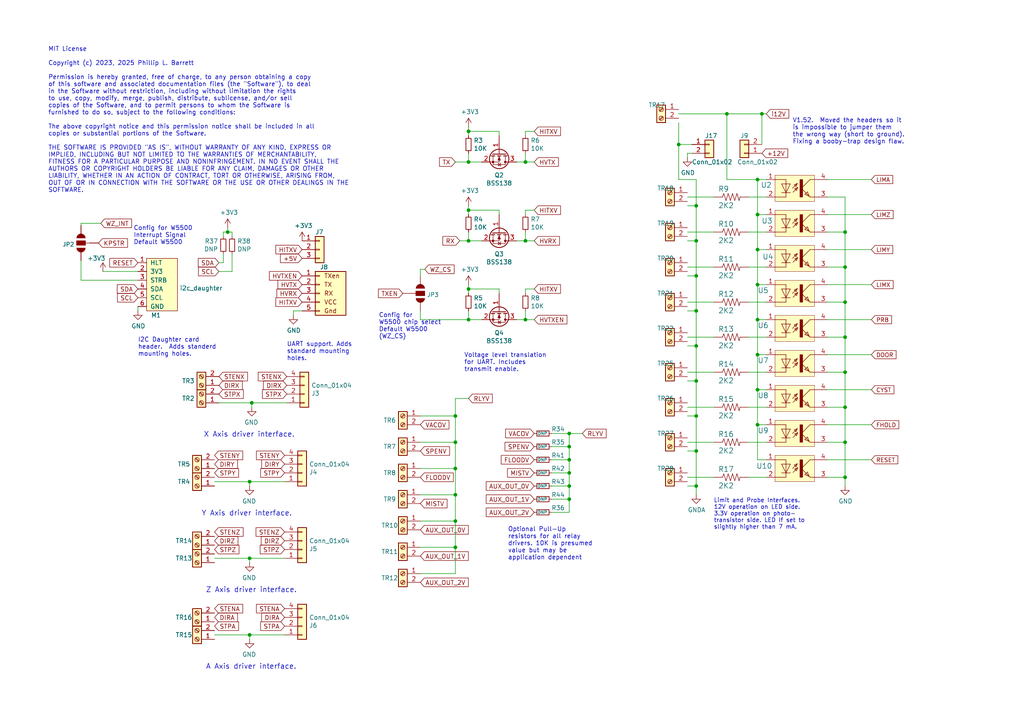
<source format=kicad_sch>
(kicad_sch (version 20231120) (generator "eeschema") (generator_version "8.0")
  (paper "A4")
  (title_block (title "picoCNC ") (date "2023-09-13") (rev "Ver 1.55eth") (company "Brookwood Design"))
  (lib_symbols
    (symbol "phils-ICs:EL817SEL357N" (pin_names (offset 1.016))
      (property "Reference" "U" (at -6.985 5.715 0))
      (symbol "EL817SEL357N_1_0"
        (pin passive line (at -10.16 2.54 0) (length 2.54) (name "A") (number "1"))
        (pin passive line (at -10.16 -2.54 0) (length 2.54) (name "C") (number "2"))
        (pin passive line (at 7.62 -2.54 180) (length 2.54) (name "EMIT") (number "3"))
        (pin passive line (at 7.62 2.54 180) (length 2.54) (name "COL") (number "4"))
      )
    )
    (symbol "phils-connectors7:Screw_Terminal_01x02-conn"
      (property "Reference" "T" (at 2.794 0 0))
      (symbol "Screw_Terminal_01x02-conn_1_1"
        (pin passive line (at -5.08 1.27 0) (length 3.81) (name "") (number "1"))
        (pin passive line (at -5.08 -1.27 0) (length 3.81) (name "") (number "2"))
      )
    )
    (symbol "phils-misc:JUMPER-SMT_3_NO_NO-SILK" (pin_names (offset 1.016))
      (property "Reference" "JP" (at 2.54 0.381 0))
      (symbol "JUMPER-SMT_3_NO_NO-SILK_1_0"
        (pin passive line (at 0 5.08 270) (length 2.54) (name "1") (number "1"))
        (pin passive line (at -5.08 0 0) (length 2.54) (name "2") (number "2"))
        (pin passive line (at 0 -5.08 90) (length 2.54) (name "3") (number "3"))
      )
    )
    (symbol "phils-misc:R-US_R0603-teensy_4.1x211-eagle-import" (pin_names (offset 1.016))
      (property "Reference" "R" (at -3.81 1.4986 0))
      (property "Value" "R-US_R0603-teensy_4.1x211-eagle-import" (at -3.81 -3.302 0))
      (symbol "R-US_R0603-teensy_4.1x211-eagle-import_1_0"
        (pin passive line (at -5.08 0 0) (length 2.54) (name "1") (number "1"))
        (pin passive line (at 5.08 0 180) (length 2.54) (name "2") (number "2"))
      )
    )
    (symbol "phils-modules:async_daughter" (pin_names (offset 1.016) hide)
      (property "Reference" "J" (at 0 7.62 0))
      (property "Value" "async_daughter" (at 0 -7.62 0))
      (symbol "async_daughter_0_0"
        (text "Gnd" (at 1.27 5.08 0) (effects (font (size 1.27 1.27)) (justify left)))
        (text "RX" (at 1.27 0 0) (effects (font (size 1.27 1.27)) (justify left)))
        (text "TX" (at 1.27 -2.54 0) (effects (font (size 1.27 1.27)) (justify left)))
        (text "TXen" (at 1.27 -5.08 0) (effects (font (size 1.27 1.27)) (justify left)))
        (text "VCC" (at 1.27 2.54 0) (effects (font (size 1.27 1.27)) (justify left)))
      )
      (symbol "async_daughter_1_1"
        (pin passive line (at -5.08 -5.08 0) (length 3.81) (name "TXen") (number "1"))
        (pin passive line (at -5.08 -2.54 0) (length 3.81) (name "TX") (number "2"))
        (pin passive line (at -5.08 0 0) (length 3.81) (name "RX") (number "3"))
        (pin power_in line (at -5.08 2.54 0) (length 3.81) (name "VCC") (number "4"))
        (pin power_in line (at -5.08 5.08 0) (length 3.81) (name "Gnd") (number "5"))
      )
    )
    (symbol "phils-modules:i2c_daughter" (pin_names (offset 1.016))
      (property "Reference" "M" (at -2.54 8.89 0))
      (property "Value" "i2c_daughter" (at -3.81 0 90))
      (symbol "i2c_daughter_0_0"
        (pin output line (at 6.35 6.35 180) (length 2.54) (name "HLT") (number "1"))
        (pin power_in line (at 6.35 3.81 180) (length 2.54) (name "3V3") (number "2"))
        (pin bidirectional line (at 6.35 1.27 180) (length 2.54) (name "STRB") (number "3"))
        (pin bidirectional line (at 6.35 -1.27 180) (length 2.54) (name "SDA") (number "4"))
        (pin input line (at 6.35 -3.81 180) (length 2.54) (name "SCL") (number "5"))
        (pin power_in line (at 6.35 -6.35 180) (length 2.54) (name "GND") (number "6"))
      )
    )
    (symbol "picoCNC-rescue:+3.3V-power" (power) (pin_names (offset 0))
      (property "Value" "+3.3V-power" (at 0 3.556 0))
      (symbol "+3.3V-power_1_1"
        (pin power_in line (at 0 0 90) (length 0) hide (name "+3V3") (number "1"))
      )
    )
    (symbol "picoCNC-rescue:BSS138-transistors" (pin_names (offset 0) hide)
      (property "Reference" "Q" (at 5.08 1.905 0))
      (property "Value" "BSS138-transistors" (at 5.08 0 0))
      (symbol "BSS138-transistors_1_1"
        (pin input line (at -5.08 0 0) (length 5.334) (name "G") (number "1"))
        (pin passive line (at 2.54 -5.08 90) (length 2.54) (name "S") (number "2"))
        (pin passive line (at 2.54 5.08 270) (length 2.54) (name "D") (number "3"))
      )
    )
    (symbol "picoCNC-rescue:Conn_01x02-conn" (pin_names (offset 1.016) hide)
      (property "Reference" "J" (at 0 2.54 0))
      (property "Value" "Conn_01x02-conn" (at 0 -5.08 0))
      (symbol "Conn_01x02-conn_1_1"
        (pin passive line (at -5.08 0 0) (length 3.81) (name "Pin_1") (number "1"))
        (pin passive line (at -5.08 -2.54 0) (length 3.81) (name "Pin_2") (number "2"))
      )
    )
    (symbol "picoCNC-rescue:Conn_01x03-conn" (pin_names (offset 1.016) hide)
      (property "Reference" "J" (at 0 5.08 0))
      (property "Value" "Conn_01x03-conn" (at 0 -5.08 0))
      (symbol "Conn_01x03-conn_1_1"
        (pin passive line (at -5.08 2.54 0) (length 3.81) (name "Pin_1") (number "1"))
        (pin passive line (at -5.08 0 0) (length 3.81) (name "Pin_2") (number "2"))
        (pin passive line (at -5.08 -2.54 0) (length 3.81) (name "Pin_3") (number "3"))
      )
    )
    (symbol "picoCNC-rescue:Conn_01x04-conn" (pin_names (offset 1.016) hide)
      (property "Reference" "J" (at 0 5.08 0))
      (property "Value" "Conn_01x04-conn" (at 0 -7.62 0))
      (symbol "Conn_01x04-conn_1_1"
        (pin passive line (at -5.08 2.54 0) (length 3.81) (name "Pin_1") (number "1"))
        (pin passive line (at -5.08 0 0) (length 3.81) (name "Pin_2") (number "2"))
        (pin passive line (at -5.08 -2.54 0) (length 3.81) (name "Pin_3") (number "3"))
        (pin passive line (at -5.08 -5.08 0) (length 3.81) (name "Pin_4") (number "4"))
      )
    )
    (symbol "picoCNC-rescue:R_Small-device" (pin_numbers hide) (pin_names (offset 0.254) hide)
      (property "Reference" "R" (at 0.762 0.508 0))
      (property "Value" "R_Small-device" (at 0.762 -1.016 0))
      (symbol "R_Small-device_1_1"
        (pin passive line (at 0 2.54 270) (length 0.762) (name "~") (number "1"))
        (pin passive line (at 0 -2.54 90) (length 0.762) (name "~") (number "2"))
      )
    )
    (symbol "power:GND" (power) (pin_names (offset 0))
      (property "Value" "GND" (at 0 -3.81 0))
      (symbol "GND_1_1"
        (pin power_in line (at 0 0 270) (length 0) hide (name "GND") (number "1"))
      )
    )
    (symbol "power:GNDA" (power) (pin_names (offset 0))
      (property "Value" "GNDA" (at 0 -3.81 0))
      (symbol "GNDA_1_1"
        (pin power_in line (at 0 0 270) (length 0) hide (name "GNDA") (number "1"))
      )
    )
  )
  (junction (at 132.08 120.65))
  (junction (at 165.1 144.78))
  (junction (at 201.93 130.81))
  (junction (at 201.93 110.49))
  (junction (at 135.89 83.82))
  (junction (at 165.1 129.54))
  (junction (at 196.85 41.91))
  (junction (at 132.08 128.27))
  (junction (at 245.11 97.79))
  (junction (at 152.4 92.71))
  (junction (at 245.11 118.11))
  (junction (at 135.89 38.1))
  (junction (at 201.93 59.69))
  (junction (at 245.11 128.27))
  (junction (at 201.93 120.65))
  (junction (at 73.025 116.84))
  (junction (at 66.04 67.31))
  (junction (at 210.82 33.02))
  (junction (at 219.71 62.23))
  (junction (at 132.08 151.13))
  (junction (at 219.71 72.39))
  (junction (at 132.08 143.51))
  (junction (at 219.71 102.87))
  (junction (at 165.1 133.35))
  (junction (at 201.93 90.17))
  (junction (at 201.93 100.33))
  (junction (at 152.4 69.85))
  (junction (at 245.11 138.43))
  (junction (at 201.93 140.97))
  (junction (at 201.93 69.85))
  (junction (at 152.4 46.99))
  (junction (at 245.11 107.95))
  (junction (at 219.71 123.19))
  (junction (at 219.71 82.55))
  (junction (at 201.93 80.01))
  (junction (at 72.39 161.925))
  (junction (at 72.39 139.7))
  (junction (at 135.89 69.85))
  (junction (at 135.89 92.71))
  (junction (at 245.11 87.63))
  (junction (at 245.11 77.47))
  (junction (at 132.08 135.89))
  (junction (at 165.1 125.73))
  (junction (at 219.71 92.71))
  (junction (at 219.71 52.07))
  (junction (at 135.89 46.99))
  (junction (at 220.98 33.02))
  (junction (at 135.89 60.96))
  (junction (at 165.1 137.16))
  (junction (at 72.39 184.15))
  (junction (at 165.1 140.97))
  (junction (at 219.71 113.03))
  (junction (at 245.11 67.31))
  (junction (at 132.08 158.75))
  (wire (pts (xy 217.17 67.31) (xy 222.25 67.31)))
  (wire (pts (xy 152.4 69.85) (xy 154.94 69.85)))
  (wire (pts (xy 217.17 87.63) (xy 222.25 87.63)))
  (wire (pts (xy 139.7 46.99) (xy 135.89 46.99)))
  (wire (pts (xy 121.92 151.13) (xy 132.08 151.13)))
  (wire (pts (xy 121.92 128.27) (xy 132.08 128.27)))
  (wire (pts (xy 240.03 107.95) (xy 245.11 107.95)))
  (wire (pts (xy 152.4 92.71) (xy 149.86 92.71)))
  (wire (pts (xy 196.85 41.91) (xy 196.85 52.07)))
  (wire (pts (xy 168.91 125.73) (xy 165.1 125.73)))
  (wire (pts (xy 144.78 62.23) (xy 144.78 60.96)))
  (wire (pts (xy 72.39 185.42) (xy 72.39 184.15)))
  (wire (pts (xy 201.93 80.01) (xy 201.93 90.17)))
  (wire (pts (xy 152.4 39.37) (xy 152.4 38.1)))
  (wire (pts (xy 160.02 129.54) (xy 165.1 129.54)))
  (wire (pts (xy 121.92 120.65) (xy 132.08 120.65)))
  (wire (pts (xy 152.4 85.09) (xy 152.4 83.82)))
  (wire (pts (xy 40.005 78.74) (xy 29.845 78.74)))
  (wire (pts (xy 152.4 38.1) (xy 154.94 38.1)))
  (wire (pts (xy 135.89 38.1) (xy 135.89 39.37)))
  (wire (pts (xy 217.17 107.95) (xy 222.25 107.95)))
  (wire (pts (xy 165.1 140.97) (xy 165.1 137.16)))
  (wire (pts (xy 135.89 60.96) (xy 135.89 62.23)))
  (wire (pts (xy 135.89 44.45) (xy 135.89 46.99)))
  (wire (pts (xy 240.03 72.39) (xy 252.73 72.39)))
  (wire (pts (xy 207.01 87.63) (xy 199.39 87.63)))
  (wire (pts (xy 219.71 92.71) (xy 222.25 92.71)))
  (wire (pts (xy 222.25 113.03) (xy 219.71 113.03)))
  (wire (pts (xy 219.71 52.07) (xy 222.25 52.07)))
  (wire (pts (xy 207.01 67.31) (xy 199.39 67.31)))
  (wire (pts (xy 201.93 120.65) (xy 201.93 130.81)))
  (wire (pts (xy 196.85 33.02) (xy 210.82 33.02)))
  (wire (pts (xy 222.25 57.15) (xy 217.17 57.15)))
  (wire (pts (xy 207.01 138.43) (xy 199.39 138.43)))
  (wire (pts (xy 144.78 38.1) (xy 135.89 38.1)))
  (wire (pts (xy 219.71 102.87) (xy 219.71 113.03)))
  (wire (pts (xy 217.17 77.47) (xy 222.25 77.47)))
  (wire (pts (xy 199.39 57.15) (xy 207.01 57.15)))
  (wire (pts (xy 132.08 158.75) (xy 132.08 166.37)))
  (wire (pts (xy 199.39 107.95) (xy 207.01 107.95)))
  (wire (pts (xy 207.01 97.79) (xy 199.39 97.79)))
  (wire (pts (xy 207.01 77.47) (xy 199.39 77.47)))
  (wire (pts (xy 201.93 59.69) (xy 201.93 69.85)))
  (wire (pts (xy 220.98 41.91) (xy 220.98 33.02)))
  (wire (pts (xy 240.03 77.47) (xy 245.11 77.47)))
  (wire (pts (xy 144.78 83.82) (xy 135.89 83.82)))
  (wire (pts (xy 121.92 78.105) (xy 121.92 80.01)))
  (wire (pts (xy 165.1 133.35) (xy 165.1 129.54)))
  (wire (pts (xy 199.39 110.49) (xy 201.93 110.49)))
  (wire (pts (xy 240.03 92.71) (xy 252.73 92.71)))
  (wire (pts (xy 222.25 82.55) (xy 219.71 82.55)))
  (wire (pts (xy 199.39 44.45) (xy 199.39 45.72)))
  (wire (pts (xy 201.93 140.97) (xy 199.39 140.97)))
  (wire (pts (xy 245.11 87.63) (xy 245.11 97.79)))
  (wire (pts (xy 199.39 120.65) (xy 201.93 120.65)))
  (wire (pts (xy 199.39 90.17) (xy 201.93 90.17)))
  (wire (pts (xy 72.39 184.15) (xy 82.55 184.15)))
  (wire (pts (xy 64.77 68.58) (xy 64.77 67.31)))
  (wire (pts (xy 240.03 113.03) (xy 252.73 113.03)))
  (wire (pts (xy 165.1 148.59) (xy 165.1 144.78)))
  (wire (pts (xy 200.66 41.91) (xy 196.85 41.91)))
  (wire (pts (xy 63.5 78.74) (xy 67.31 78.74)))
  (wire (pts (xy 245.11 118.11) (xy 245.11 128.27)))
  (wire (pts (xy 135.89 83.82) (xy 135.89 82.55)))
  (wire (pts (xy 240.03 52.07) (xy 252.73 52.07)))
  (wire (pts (xy 121.92 90.17) (xy 121.92 92.71)))
  (wire (pts (xy 245.11 128.27) (xy 245.11 138.43)))
  (wire (pts (xy 220.98 33.02) (xy 222.25 33.02)))
  (wire (pts (xy 144.78 60.96) (xy 135.89 60.96)))
  (wire (pts (xy 240.03 123.19) (xy 252.73 123.19)))
  (wire (pts (xy 219.71 62.23) (xy 219.71 52.07)))
  (wire (pts (xy 240.03 133.35) (xy 252.73 133.35)))
  (wire (pts (xy 87.63 90.17) (xy 85.09 90.17)))
  (wire (pts (xy 152.4 90.17) (xy 152.4 92.71)))
  (wire (pts (xy 160.02 148.59) (xy 165.1 148.59)))
  (wire (pts (xy 240.03 57.15) (xy 245.11 57.15)))
  (wire (pts (xy 73.025 116.84) (xy 83.185 116.84)))
  (wire (pts (xy 199.39 100.33) (xy 201.93 100.33)))
  (wire (pts (xy 132.08 166.37) (xy 121.92 166.37)))
  (wire (pts (xy 201.93 100.33) (xy 201.93 110.49)))
  (wire (pts (xy 201.93 143.51) (xy 201.93 140.97)))
  (wire (pts (xy 132.08 120.65) (xy 132.08 128.27)))
  (wire (pts (xy 207.01 128.27) (xy 199.39 128.27)))
  (wire (pts (xy 240.03 128.27) (xy 245.11 128.27)))
  (wire (pts (xy 240.03 118.11) (xy 245.11 118.11)))
  (wire (pts (xy 201.93 110.49) (xy 201.93 120.65)))
  (wire (pts (xy 66.04 66.04) (xy 66.04 67.31)))
  (wire (pts (xy 196.85 52.07) (xy 201.93 52.07)))
  (wire (pts (xy 165.1 144.78) (xy 165.1 140.97)))
  (wire (pts (xy 64.77 76.2) (xy 64.77 73.66)))
  (wire (pts (xy 152.4 46.99) (xy 154.94 46.99)))
  (wire (pts (xy 210.82 33.02) (xy 220.98 33.02)))
  (wire (pts (xy 152.4 92.71) (xy 154.94 92.71)))
  (wire (pts (xy 132.08 143.51) (xy 132.08 151.13)))
  (wire (pts (xy 152.4 67.31) (xy 152.4 69.85)))
  (wire (pts (xy 67.31 78.74) (xy 67.31 73.66)))
  (wire (pts (xy 62.23 184.15) (xy 72.39 184.15)))
  (wire (pts (xy 132.08 135.89) (xy 132.08 143.51)))
  (wire (pts (xy 62.23 161.925) (xy 72.39 161.925)))
  (wire (pts (xy 245.11 67.31) (xy 245.11 77.47)))
  (wire (pts (xy 149.86 46.99) (xy 152.4 46.99)))
  (wire (pts (xy 240.03 67.31) (xy 245.11 67.31)))
  (wire (pts (xy 210.82 33.02) (xy 210.82 52.07)))
  (wire (pts (xy 63.5 116.84) (xy 73.025 116.84)))
  (wire (pts (xy 201.93 69.85) (xy 201.93 80.01)))
  (wire (pts (xy 135.89 90.17) (xy 135.89 92.71)))
  (wire (pts (xy 135.89 115.57) (xy 132.08 115.57)))
  (wire (pts (xy 135.89 38.1) (xy 135.89 36.83)))
  (wire (pts (xy 199.39 130.81) (xy 201.93 130.81)))
  (wire (pts (xy 135.89 60.96) (xy 135.89 59.69)))
  (wire (pts (xy 121.92 92.71) (xy 135.89 92.71)))
  (wire (pts (xy 123.19 78.105) (xy 121.92 78.105)))
  (wire (pts (xy 144.78 85.09) (xy 144.78 83.82)))
  (wire (pts (xy 210.82 52.07) (xy 219.71 52.07)))
  (wire (pts (xy 135.89 92.71) (xy 139.7 92.71)))
  (wire (pts (xy 219.71 113.03) (xy 219.71 123.19)))
  (wire (pts (xy 201.93 90.17) (xy 201.93 100.33)))
  (wire (pts (xy 72.39 161.925) (xy 72.39 163.195)))
  (wire (pts (xy 64.77 67.31) (xy 66.04 67.31)))
  (wire (pts (xy 135.89 46.99) (xy 132.08 46.99)))
  (wire (pts (xy 240.03 138.43) (xy 245.11 138.43)))
  (wire (pts (xy 219.71 123.19) (xy 219.71 133.35)))
  (wire (pts (xy 219.71 92.71) (xy 219.71 82.55)))
  (wire (pts (xy 240.03 82.55) (xy 252.73 82.55)))
  (wire (pts (xy 245.11 107.95) (xy 245.11 118.11)))
  (wire (pts (xy 240.03 102.87) (xy 252.73 102.87)))
  (wire (pts (xy 199.39 59.69) (xy 201.93 59.69)))
  (wire (pts (xy 160.02 144.78) (xy 165.1 144.78)))
  (wire (pts (xy 132.08 115.57) (xy 132.08 120.65)))
  (wire (pts (xy 23.495 64.77) (xy 23.495 65.405)))
  (wire (pts (xy 82.55 161.925) (xy 72.39 161.925)))
  (wire (pts (xy 132.08 128.27) (xy 132.08 135.89)))
  (wire (pts (xy 245.11 77.47) (xy 245.11 87.63)))
  (wire (pts (xy 219.71 82.55) (xy 219.71 72.39)))
  (wire (pts (xy 252.73 62.23) (xy 240.03 62.23)))
  (wire (pts (xy 222.25 72.39) (xy 219.71 72.39)))
  (wire (pts (xy 40.005 81.28) (xy 23.495 81.28)))
  (wire (pts (xy 152.4 62.23) (xy 152.4 60.96)))
  (wire (pts (xy 132.08 151.13) (xy 132.08 158.75)))
  (wire (pts (xy 144.78 39.37) (xy 144.78 38.1)))
  (wire (pts (xy 199.39 44.45) (xy 200.66 44.45)))
  (wire (pts (xy 135.89 69.85) (xy 139.7 69.85)))
  (wire (pts (xy 133.35 69.85) (xy 135.89 69.85)))
  (wire (pts (xy 219.71 92.71) (xy 219.71 102.87)))
  (wire (pts (xy 201.93 130.81) (xy 201.93 140.97)))
  (wire (pts (xy 196.85 35.56) (xy 196.85 41.91)))
  (wire (pts (xy 245.11 97.79) (xy 240.03 97.79)))
  (wire (pts (xy 199.39 69.85) (xy 201.93 69.85)))
  (wire (pts (xy 72.39 140.97) (xy 72.39 139.7)))
  (wire (pts (xy 245.11 138.43) (xy 245.11 140.97)))
  (wire (pts (xy 165.1 129.54) (xy 165.1 125.73)))
  (wire (pts (xy 222.25 62.23) (xy 219.71 62.23)))
  (wire (pts (xy 160.02 137.16) (xy 165.1 137.16)))
  (wire (pts (xy 29.21 64.77) (xy 23.495 64.77)))
  (wire (pts (xy 222.25 123.19) (xy 219.71 123.19)))
  (wire (pts (xy 217.17 138.43) (xy 222.25 138.43)))
  (wire (pts (xy 207.01 118.11) (xy 199.39 118.11)))
  (wire (pts (xy 62.23 139.7) (xy 72.39 139.7)))
  (wire (pts (xy 152.4 44.45) (xy 152.4 46.99)))
  (wire (pts (xy 217.17 97.79) (xy 222.25 97.79)))
  (wire (pts (xy 240.03 87.63) (xy 245.11 87.63)))
  (wire (pts (xy 121.92 143.51) (xy 132.08 143.51)))
  (wire (pts (xy 160.02 140.97) (xy 165.1 140.97)))
  (wire (pts (xy 40.005 88.9) (xy 40.005 90.17)))
  (wire (pts (xy 152.4 60.96) (xy 154.94 60.96)))
  (wire (pts (xy 160.02 133.35) (xy 165.1 133.35)))
  (wire (pts (xy 152.4 69.85) (xy 149.86 69.85)))
  (wire (pts (xy 63.5 76.2) (xy 64.77 76.2)))
  (wire (pts (xy 66.04 67.31) (xy 67.31 67.31)))
  (wire (pts (xy 135.89 83.82) (xy 135.89 85.09)))
  (wire (pts (xy 245.11 57.15) (xy 245.11 67.31)))
  (wire (pts (xy 67.31 67.31) (xy 67.31 68.58)))
  (wire (pts (xy 165.1 137.16) (xy 165.1 133.35)))
  (wire (pts (xy 121.92 135.89) (xy 132.08 135.89)))
  (wire (pts (xy 165.1 125.73) (xy 160.02 125.73)))
  (wire (pts (xy 85.09 90.17) (xy 85.09 91.44)))
  (wire (pts (xy 121.92 158.75) (xy 132.08 158.75)))
  (wire (pts (xy 219.71 72.39) (xy 219.71 62.23)))
  (wire (pts (xy 219.71 133.35) (xy 222.25 133.35)))
  (wire (pts (xy 73.025 116.84) (xy 73.025 118.11)))
  (wire (pts (xy 201.93 52.07) (xy 201.93 59.69)))
  (wire (pts (xy 222.25 102.87) (xy 219.71 102.87)))
  (wire (pts (xy 245.11 97.79) (xy 245.11 107.95)))
  (wire (pts (xy 199.39 80.01) (xy 201.93 80.01)))
  (wire (pts (xy 217.17 118.11) (xy 222.25 118.11)))
  (wire (pts (xy 217.17 128.27) (xy 222.25 128.27)))
  (wire (pts (xy 72.39 139.7) (xy 82.55 139.7)))
  (wire (pts (xy 152.4 83.82) (xy 154.94 83.82)))
  (wire (pts (xy 23.495 81.28) (xy 23.495 75.565)))
  (wire (pts (xy 135.89 67.31) (xy 135.89 69.85)))
  (text "X Axis driver interface." (at 59.055 127 0) (effects (font (size 1.4986 1.4986)) (justify left bottom)))
  (text "Z Axis driver interface." (at 59.69 172.085 0) (effects (font (size 1.4986 1.4986)) (justify left bottom)))
  (text "UART support. Adds\nstandard mounting\nholes." (at 83.185 104.775 0) (effects (font (size 1.27 1.27)) (justify left bottom)))
  (text "Limit and Probe Interfaces.\n12V operation on LED side.\n3.3V operation on photo-\ntransistor side. LED If set to\nslightly higher than 7 mA." (at 207.01 153.67 0) (effects (font (size 1.1938 1.1938)) (justify left bottom)))
  (text "MIT License\n\nCopyright (c) 2023, 2025 Phillip L. Barrett\n\nPermission is hereby granted, free of charge, to any person obtaining a copy\nof this software and associated documentation files (the \"Software\"), to deal\nin the Software without restriction, including without limitation the rights\nto use, copy, modify, merge, publish, distribute, sublicense, and/or sell\ncopies of the Software, and to permit persons to whom the Software is\nfurnished to do so, subject to the following conditions:\n\nThe above copyright notice and this permission notice shall be included in all\ncopies or substantial portions of the Software.\n\nTHE SOFTWARE IS PROVIDED \"AS IS\", WITHOUT WARRANTY OF ANY KIND, EXPRESS OR\nIMPLIED, INCLUDING BUT NOT LIMITED TO THE WARRANTIES OF MERCHANTABILITY,\nFITNESS FOR A PARTICULAR PURPOSE AND NONINFRINGEMENT. IN NO EVENT SHALL THE\nAUTHORS OR COPYRIGHT HOLDERS BE LIABLE FOR ANY CLAIM, DAMAGES OR OTHER\nLIABILITY, WHETHER IN AN ACTION OF CONTRACT, TORT OR OTHERWISE, ARISING FROM,\nOUT OF OR IN CONNECTION WITH THE SOFTWARE OR THE USE OR OTHER DEALINGS IN THE\nSOFTWARE." (at 13.97 34.798 0) (effects (font (size 1.27 1.27)) (justify left)))
  (text "Voltage level translation\nfor UART. Includes \ntransmit enable." (at 134.62 107.95 0) (effects (font (size 1.27 1.27)) (justify left bottom)))
  (text "Optional Pull-Up\nresistors for all relay \ndrivers. 10K is presumed\nvalue but may be\napplication dependent" (at 147.32 162.56 0) (effects (font (size 1.27 1.27)) (justify left bottom)))
  (text "A Axis driver interface." (at 59.69 194.31 0) (effects (font (size 1.4986 1.4986)) (justify left bottom)))
  (text "Y Axis driver interface." (at 58.42 149.86 0) (effects (font (size 1.4986 1.4986)) (justify left bottom)))
  (text "I2C Daughter card \nheader.  Adds standerd\nmounting holes." (at 40.005 103.505 0) (effects (font (size 1.27 1.27)) (justify left bottom)))
  (text "Config for \nW5500 chip select\nDefault W5500\n(WZ_CS)" (at 109.855 98.425 0) (effects (font (size 1.27 1.27)) (justify left bottom)))
  (text "V1.52.  Moved the headers so it \nis impossible to jumper them \nthe wrong way (short to ground). \nFixing a booby-trap design flaw." (at 229.87 41.91 0) (effects (font (size 1.27 1.27)) (justify left bottom)))
  (text "Config for W5500 \nInterrupt Signal\nDefault W5500" (at 38.735 71.12 0) (effects (font (size 1.27 1.27)) (justify left bottom)))
  (global_label "HITXV" (shape input) (at 154.94 60.96 0) (property "Intersheetrefs" "${INTERSHEET_REFS}" (effects (hide yes))))
  (global_label "+5V" (shape input) (at 87.63 74.93 180) (property "Intersheetrefs" "${INTERSHEET_REFS}" (effects (hide yes))))
  (global_label "STPA" (shape input) (at 62.23 181.61 0) (property "Intersheetrefs" "${INTERSHEET_REFS}" (effects (hide yes))))
  (global_label "HITXV" (shape input) (at 154.94 83.82 0) (property "Intersheetrefs" "${INTERSHEET_REFS}" (effects (hide yes))))
  (global_label "STENZ" (shape input) (at 82.55 154.305 180) (property "Intersheetrefs" "${INTERSHEET_REFS}" (effects (hide yes))))
  (global_label "AUX_OUT_1V" (shape input) (at 121.92 161.29 0) (property "Intersheetrefs" "${INTERSHEET_REFS}" (effects (hide yes))))
  (global_label "DIRZ" (shape input) (at 62.23 156.845 0) (property "Intersheetrefs" "${INTERSHEET_REFS}" (effects (hide yes))))
  (global_label "WZ_CS" (shape input) (at 123.19 78.105 0) (property "Intersheetrefs" "${INTERSHEET_REFS}" (effects (hide yes))))
  (global_label "HITXV" (shape input) (at 87.63 87.63 180) (property "Intersheetrefs" "${INTERSHEET_REFS}" (effects (hide yes))))
  (global_label "MISTV" (shape input) (at 121.92 146.05 0) (property "Intersheetrefs" "${INTERSHEET_REFS}" (effects (hide yes))))
  (global_label "RX" (shape input) (at 133.35 69.85 180) (property "Intersheetrefs" "${INTERSHEET_REFS}" (effects (hide yes))))
  (global_label "LIMZ" (shape input) (at 252.73 62.23 0) (effects (font (size 1.1938 1.1938))) (property "Intersheetrefs" "${INTERSHEET_REFS}" (effects (hide yes))))
  (global_label "SCL" (shape input) (at 63.5 78.74 180) (property "Intersheetrefs" "${INTERSHEET_REFS}" (effects (hide yes))))
  (global_label "i12V" (shape input) (at 222.25 33.02 0) (property "Intersheetrefs" "${INTERSHEET_REFS}" (effects (hide yes))))
  (global_label "RLYV" (shape input) (at 135.89 115.57 0) (property "Intersheetrefs" "${INTERSHEET_REFS}" (effects (hide yes))))
  (global_label "LIMY" (shape input) (at 252.73 72.39 0) (effects (font (size 1.1938 1.1938))) (property "Intersheetrefs" "${INTERSHEET_REFS}" (effects (hide yes))))
  (global_label "STPX" (shape input) (at 83.185 114.3 180) (property "Intersheetrefs" "${INTERSHEET_REFS}" (effects (hide yes))))
  (global_label "RLYV" (shape input) (at 168.91 125.73 0) (property "Intersheetrefs" "${INTERSHEET_REFS}" (effects (hide yes))))
  (global_label "STENZ" (shape input) (at 62.23 154.305 0) (property "Intersheetrefs" "${INTERSHEET_REFS}" (effects (hide yes))))
  (global_label "STPX" (shape input) (at 63.5 114.3 0) (property "Intersheetrefs" "${INTERSHEET_REFS}" (effects (hide yes))))
  (global_label "RESET" (shape input) (at 252.73 133.35 0) (effects (font (size 1.1938 1.1938))) (property "Intersheetrefs" "${INTERSHEET_REFS}" (effects (hide yes))))
  (global_label "HVTXEN" (shape input) (at 154.94 92.71 0) (property "Intersheetrefs" "${INTERSHEET_REFS}" (effects (hide yes))))
  (global_label "AUX_OUT_2V" (shape input) (at 154.94 148.59 180) (property "Intersheetrefs" "${INTERSHEET_REFS}" (effects (hide yes))))
  (global_label "SPENV" (shape input) (at 121.92 130.81 0) (property "Intersheetrefs" "${INTERSHEET_REFS}" (effects (hide yes))))
  (global_label "DIRY" (shape input) (at 62.23 134.62 0) (property "Intersheetrefs" "${INTERSHEET_REFS}" (effects (hide yes))))
  (global_label "HITXV" (shape input) (at 154.94 38.1 0) (property "Intersheetrefs" "${INTERSHEET_REFS}" (effects (hide yes))))
  (global_label "SPENV" (shape input) (at 154.94 129.54 180) (property "Intersheetrefs" "${INTERSHEET_REFS}" (effects (hide yes))))
  (global_label "VACOV" (shape input) (at 154.94 125.73 180) (property "Intersheetrefs" "${INTERSHEET_REFS}" (effects (hide yes))))
  (global_label "STPA" (shape input) (at 82.55 181.61 180) (property "Intersheetrefs" "${INTERSHEET_REFS}" (effects (hide yes))))
  (global_label "FHOLD" (shape input) (at 252.73 123.19 0) (effects (font (size 1.1938 1.1938))) (property "Intersheetrefs" "${INTERSHEET_REFS}" (effects (hide yes))))
  (global_label "STENX" (shape input) (at 83.185 109.22 180) (property "Intersheetrefs" "${INTERSHEET_REFS}" (effects (hide yes))))
  (global_label "AUX_OUT_1V" (shape input) (at 154.94 144.78 180) (property "Intersheetrefs" "${INTERSHEET_REFS}" (effects (hide yes))))
  (global_label "+12V" (shape input) (at 220.98 44.45 0) (property "Intersheetrefs" "${INTERSHEET_REFS}" (effects (hide yes))))
  (global_label "SDA" (shape input) (at 63.5 76.2 180) (property "Intersheetrefs" "${INTERSHEET_REFS}" (effects (hide yes))))
  (global_label "STPZ" (shape input) (at 82.55 159.385 180) (property "Intersheetrefs" "${INTERSHEET_REFS}" (effects (hide yes))))
  (global_label "HITXV" (shape input) (at 87.63 72.39 180) (property "Intersheetrefs" "${INTERSHEET_REFS}" (effects (hide yes))))
  (global_label "TX" (shape input) (at 132.08 46.99 180) (property "Intersheetrefs" "${INTERSHEET_REFS}" (effects (hide yes))))
  (global_label "HVTX" (shape input) (at 154.94 46.99 0) (property "Intersheetrefs" "${INTERSHEET_REFS}" (effects (hide yes))))
  (global_label "DIRX" (shape input) (at 83.185 111.76 180) (property "Intersheetrefs" "${INTERSHEET_REFS}" (effects (hide yes))))
  (global_label "HVTX" (shape input) (at 87.63 82.55 180) (property "Intersheetrefs" "${INTERSHEET_REFS}" (effects (hide yes))))
  (global_label "KPSTR" (shape input) (at 28.575 70.485 0) (property "Intersheetrefs" "${INTERSHEET_REFS}" (effects (hide yes))))
  (global_label "VACOV" (shape input) (at 121.92 123.19 0) (property "Intersheetrefs" "${INTERSHEET_REFS}" (effects (hide yes))))
  (global_label "AUX_OUT_0V" (shape input) (at 121.92 153.67 0) (property "Intersheetrefs" "${INTERSHEET_REFS}" (effects (hide yes))))
  (global_label "AUX_OUT_2V" (shape input) (at 121.92 168.91 0) (property "Intersheetrefs" "${INTERSHEET_REFS}" (effects (hide yes))))
  (global_label "HVRX" (shape input) (at 87.63 85.09 180) (property "Intersheetrefs" "${INTERSHEET_REFS}" (effects (hide yes))))
  (global_label "STENX" (shape input) (at 63.5 109.22 0) (property "Intersheetrefs" "${INTERSHEET_REFS}" (effects (hide yes))))
  (global_label "DIRA" (shape input) (at 82.55 179.07 180) (property "Intersheetrefs" "${INTERSHEET_REFS}" (effects (hide yes))))
  (global_label "WZ_INT" (shape input) (at 29.21 64.77 0) (property "Intersheetrefs" "${INTERSHEET_REFS}" (effects (hide yes))))
  (global_label "DIRY" (shape input) (at 82.55 134.62 180) (property "Intersheetrefs" "${INTERSHEET_REFS}" (effects (hide yes))))
  (global_label "STPY" (shape input) (at 82.55 137.16 180) (property "Intersheetrefs" "${INTERSHEET_REFS}" (effects (hide yes))))
  (global_label "MISTV" (shape input) (at 154.94 137.16 180) (property "Intersheetrefs" "${INTERSHEET_REFS}" (effects (hide yes))))
  (global_label "SDA" (shape input) (at 40.005 83.82 180) (property "Intersheetrefs" "${INTERSHEET_REFS}" (effects (hide yes))))
  (global_label "TXEN" (shape input) (at 116.84 85.09 180) (property "Intersheetrefs" "${INTERSHEET_REFS}" (effects (hide yes))))
  (global_label "DIRA" (shape input) (at 62.23 179.07 0) (property "Intersheetrefs" "${INTERSHEET_REFS}" (effects (hide yes))))
  (global_label "FLOODV" (shape input) (at 121.92 138.43 0) (property "Intersheetrefs" "${INTERSHEET_REFS}" (effects (hide yes))))
  (global_label "DIRZ" (shape input) (at 82.55 156.845 180) (property "Intersheetrefs" "${INTERSHEET_REFS}" (effects (hide yes))))
  (global_label "STPY" (shape input) (at 62.23 137.16 0) (property "Intersheetrefs" "${INTERSHEET_REFS}" (effects (hide yes))))
  (global_label "PRB" (shape input) (at 252.73 92.71 0) (effects (font (size 1.1938 1.1938))) (property "Intersheetrefs" "${INTERSHEET_REFS}" (effects (hide yes))))
  (global_label "LIMX" (shape input) (at 252.73 82.55 0) (effects (font (size 1.1938 1.1938))) (property "Intersheetrefs" "${INTERSHEET_REFS}" (effects (hide yes))))
  (global_label "DIRX" (shape input) (at 63.5 111.76 0) (property "Intersheetrefs" "${INTERSHEET_REFS}" (effects (hide yes))))
  (global_label "LIMA" (shape input) (at 252.73 52.07 0) (effects (font (size 1.1938 1.1938))) (property "Intersheetrefs" "${INTERSHEET_REFS}" (effects (hide yes))))
  (global_label "SCL" (shape input) (at 40.005 86.36 180) (property "Intersheetrefs" "${INTERSHEET_REFS}" (effects (hide yes))))
  (global_label "CYST" (shape input) (at 252.73 113.03 0) (effects (font (size 1.1938 1.1938))) (property "Intersheetrefs" "${INTERSHEET_REFS}" (effects (hide yes))))
  (global_label "STENY" (shape input) (at 82.55 132.08 180) (property "Intersheetrefs" "${INTERSHEET_REFS}" (effects (hide yes))))
  (global_label "STENA" (shape input) (at 82.55 176.53 180) (property "Intersheetrefs" "${INTERSHEET_REFS}" (effects (hide yes))))
  (global_label "RESET" (shape input) (at 40.005 76.2 180) (property "Intersheetrefs" "${INTERSHEET_REFS}" (effects (hide yes))))
  (global_label "HVTXEN" (shape input) (at 87.63 80.01 180) (property "Intersheetrefs" "${INTERSHEET_REFS}" (effects (hide yes))))
  (global_label "STENA" (shape input) (at 62.23 176.53 0) (property "Intersheetrefs" "${INTERSHEET_REFS}" (effects (hide yes))))
  (global_label "HVRX" (shape input) (at 154.94 69.85 0) (property "Intersheetrefs" "${INTERSHEET_REFS}" (effects (hide yes))))
  (global_label "STENY" (shape input) (at 62.23 132.08 0) (property "Intersheetrefs" "${INTERSHEET_REFS}" (effects (hide yes))))
  (global_label "FLOODV" (shape input) (at 154.94 133.35 180) (property "Intersheetrefs" "${INTERSHEET_REFS}" (effects (hide yes))))
  (global_label "STPZ" (shape input) (at 62.23 159.385 0) (property "Intersheetrefs" "${INTERSHEET_REFS}" (effects (hide yes))))
  (global_label "DOOR" (shape input) (at 252.73 102.87 0) (effects (font (size 1.1938 1.1938))) (property "Intersheetrefs" "${INTERSHEET_REFS}" (effects (hide yes))))
  (global_label "AUX_OUT_0V" (shape input) (at 154.94 140.97 180) (property "Intersheetrefs" "${INTERSHEET_REFS}" (effects (hide yes))))
  (symbol (lib_id "phils-misc:R-US_R0603-teensy_4.1x211-eagle-import") (at 212.09 67.31 0) (unit 1)
    (property "Reference" "R10" (at 208.28 65.8114 0) (effects (font (size 1.4986 1.4986)) (justify left bottom)))
    (property "Value" "2K2" (at 208.28 70.612 0) (effects (font (size 1.4986 1.4986)) (justify left bottom)))
    (property "Footprint" "Resistor_SMD:R_0603_1608Metric" (effects (hide yes)))
    (property "LCSC" " C4190" (effects (hide yes)))
  )
  (symbol (lib_id "phils-misc:R-US_R0603-teensy_4.1x211-eagle-import") (at 212.09 77.47 0) (unit 1)
    (property "Reference" "R11" (at 208.28 75.9714 0) (effects (font (size 1.4986 1.4986)) (justify left bottom)))
    (property "Value" "2K2" (at 208.28 80.772 0) (effects (font (size 1.4986 1.4986)) (justify left bottom)))
    (property "Footprint" "Resistor_SMD:R_0603_1608Metric" (effects (hide yes)))
    (property "LCSC" " C4190" (effects (hide yes)))
  )
  (symbol (lib_id "phils-misc:R-US_R0603-teensy_4.1x211-eagle-import") (at 212.09 87.63 0) (unit 1)
    (property "Reference" "R12" (at 208.28 86.1314 0) (effects (font (size 1.4986 1.4986)) (justify left bottom)))
    (property "Value" "2K2" (at 208.28 90.932 0) (effects (font (size 1.4986 1.4986)) (justify left bottom)))
    (property "Footprint" "Resistor_SMD:R_0603_1608Metric" (effects (hide yes)))
    (property "LCSC" " C4190" (effects (hide yes)))
  )
  (symbol (lib_id "phils-misc:R-US_R0603-teensy_4.1x211-eagle-import") (at 212.09 97.79 0) (unit 1)
    (property "Reference" "R13" (at 208.28 96.2914 0) (effects (font (size 1.4986 1.4986)) (justify left bottom)))
    (property "Value" "2K2" (at 208.28 101.092 0) (effects (font (size 1.4986 1.4986)) (justify left bottom)))
    (property "Footprint" "Resistor_SMD:R_0603_1608Metric" (effects (hide yes)))
    (property "LCSC" " C4190" (effects (hide yes)))
  )
  (symbol (lib_id "phils-misc:R-US_R0603-teensy_4.1x211-eagle-import") (at 212.09 107.95 0) (unit 1)
    (property "Reference" "R14" (at 208.28 106.4514 0) (effects (font (size 1.4986 1.4986)) (justify left bottom)))
    (property "Value" "2K2" (at 208.28 111.252 0) (effects (font (size 1.4986 1.4986)) (justify left bottom)))
    (property "Footprint" "Resistor_SMD:R_0603_1608Metric" (effects (hide yes)))
    (property "LCSC" " C4190" (effects (hide yes)))
  )
  (symbol (lib_id "phils-misc:R-US_R0603-teensy_4.1x211-eagle-import") (at 212.09 118.11 0) (unit 1)
    (property "Reference" "R15" (at 208.28 116.6114 0) (effects (font (size 1.4986 1.4986)) (justify left bottom)))
    (property "Value" "2K2" (at 208.28 121.412 0) (effects (font (size 1.4986 1.4986)) (justify left bottom)))
    (property "Footprint" "Resistor_SMD:R_0603_1608Metric" (effects (hide yes)))
    (property "LCSC" " C4190" (effects (hide yes)))
  )
  (symbol (lib_id "phils-misc:R-US_R0603-teensy_4.1x211-eagle-import") (at 212.09 128.27 0) (unit 1)
    (property "Reference" "R16" (at 208.28 126.7714 0) (effects (font (size 1.4986 1.4986)) (justify left bottom)))
    (property "Value" "2K2" (at 208.28 131.572 0) (effects (font (size 1.4986 1.4986)) (justify left bottom)))
    (property "Footprint" "Resistor_SMD:R_0603_1608Metric" (effects (hide yes)))
    (property "LCSC" " C4190" (effects (hide yes)))
  )
  (symbol (lib_id "phils-misc:R-US_R0603-teensy_4.1x211-eagle-import") (at 212.09 138.43 0) (unit 1)
    (property "Reference" "R17" (at 208.28 136.9314 0) (effects (font (size 1.4986 1.4986)) (justify left bottom)))
    (property "Value" "2K2" (at 208.28 141.732 0) (effects (font (size 1.4986 1.4986)) (justify left bottom)))
    (property "Footprint" "Resistor_SMD:R_0603_1608Metric" (effects (hide yes)))
    (property "LCSC" " C4190" (effects (hide yes)))
  )
  (symbol (lib_id "phils-misc:R-US_R0603-teensy_4.1x211-eagle-import") (at 212.09 57.15 0) (unit 1)
    (property "Reference" "R9" (at 208.28 55.6514 0) (effects (font (size 1.4986 1.4986)) (justify left bottom)))
    (property "Value" "2K2" (at 208.28 60.452 0) (effects (font (size 1.4986 1.4986)) (justify left bottom)))
    (property "Footprint" "Resistor_SMD:R_0603_1608Metric" (effects (hide yes)))
    (property "LCSC" " C4190" (effects (hide yes)))
  )
  (symbol (lib_id "phils-ICs:EL817SEL357N") (at 232.41 64.77 0) (unit 1)
    (property "Reference" "U3" (at 220.853 64.897 0) (effects (font (size 1.4986 1.4986)) (justify left bottom)))
    (property "Value" "EL3H7-G" (effects (hide yes)))
    (property "Footprint" "phils-ics:EL3H7-G" (effects (hide yes)))
    (property "LCSC" "C92243" (effects (hide yes)))
  )
  (symbol (lib_id "phils-ICs:EL817SEL357N") (at 232.41 74.93 0) (unit 1)
    (property "Reference" "U4" (at 221.107 75.311 0) (effects (font (size 1.4986 1.4986)) (justify left bottom)))
    (property "Value" "EL3H7-G" (effects (hide yes)))
    (property "Footprint" "phils-ics:EL3H7-G" (effects (hide yes)))
    (property "LCSC" "C92243" (effects (hide yes)))
  )
  (symbol (lib_id "phils-ICs:EL817SEL357N") (at 232.41 85.09 0) (unit 1)
    (property "Reference" "U5" (at 219.71 85.09 0) (effects (font (size 1.4986 1.4986)) (justify left bottom)))
    (property "Value" "EL3H7-G" (effects (hide yes)))
    (property "Footprint" "phils-ics:EL3H7-G" (effects (hide yes)))
    (property "LCSC" "C92243" (effects (hide yes)))
  )
  (symbol (lib_id "phils-ICs:EL817SEL357N") (at 232.41 95.25 0) (unit 1)
    (property "Reference" "U6" (at 219.71 95.25 0) (effects (font (size 1.4986 1.4986)) (justify left bottom)))
    (property "Value" "EL3H7-G" (effects (hide yes)))
    (property "Footprint" "phils-ics:EL3H7-G" (effects (hide yes)))
    (property "LCSC" "C92243" (effects (hide yes)))
  )
  (symbol (lib_id "phils-ICs:EL817SEL357N") (at 232.41 105.41 0) (unit 1)
    (property "Reference" "U7" (at 219.71 105.41 0) (effects (font (size 1.4986 1.4986)) (justify left bottom)))
    (property "Value" "EL3H7-G" (effects (hide yes)))
    (property "Footprint" "phils-ics:EL3H7-G" (effects (hide yes)))
    (property "LCSC" "C92243" (effects (hide yes)))
  )
  (symbol (lib_id "phils-ICs:EL817SEL357N") (at 232.41 115.57 0) (unit 1)
    (property "Reference" "U8" (at 219.71 115.57 0) (effects (font (size 1.4986 1.4986)) (justify left bottom)))
    (property "Value" "EL3H7-G" (effects (hide yes)))
    (property "Footprint" "phils-ics:EL3H7-G" (effects (hide yes)))
    (property "LCSC" "C92243" (effects (hide yes)))
  )
  (symbol (lib_id "phils-ICs:EL817SEL357N") (at 232.41 125.73 0) (unit 1)
    (property "Reference" "U9" (at 219.71 125.73 0) (effects (font (size 1.4986 1.4986)) (justify left bottom)))
    (property "Value" "EL3H7-G" (effects (hide yes)))
    (property "Footprint" "phils-ics:EL3H7-G" (effects (hide yes)))
    (property "LCSC" "C92243" (effects (hide yes)))
  )
  (symbol (lib_id "phils-ICs:EL817SEL357N") (at 232.41 135.89 0) (unit 1)
    (property "Reference" "U10" (at 219.329 136.017 0) (effects (font (size 1.4986 1.4986)) (justify left bottom)))
    (property "Value" "EL3H7-G" (effects (hide yes)))
    (property "Footprint" "phils-ics:EL3H7-G" (effects (hide yes)))
    (property "LCSC" "C92243" (effects (hide yes)))
  )
  (symbol (lib_id "power:GND") (at 245.11 140.97 0) (unit 1)
    (property "Reference" "#PWR025" (effects (hide yes)))
    (property "Value" "GND" (at 245.237 145.3642 0))
  )
  (symbol (lib_id "phils-ICs:EL817SEL357N") (at 232.41 54.61 0) (unit 1)
    (property "Reference" "U2" (at 222.25 53.6702 0) (effects (font (size 1.4986 1.4986))))
    (property "Value" "EL3H7-G" (effects (hide yes)))
    (property "Footprint" "phils-ics:EL3H7-G" (effects (hide yes)))
    (property "LCSC" "C92243" (effects (hide yes)))
  )
  (symbol (lib_id "power:GND") (at 72.39 185.42 0) (mirror y) (unit 1)
    (property "Reference" "#PWR011" (effects (hide yes)))
    (property "Value" "GND" (at 72.263 189.8142 0))
  )
  (symbol (lib_id "power:GND") (at 72.39 163.195 0) (mirror y) (unit 1)
    (property "Reference" "#PWR013" (effects (hide yes)))
    (property "Value" "GND" (at 72.263 167.5892 0))
  )
  (symbol (lib_id "power:GND") (at 73.025 118.11 0) (mirror y) (unit 1)
    (property "Reference" "#PWR010" (effects (hide yes)))
    (property "Value" "GND" (at 72.898 122.5042 0))
  )
  (symbol (lib_id "power:GND") (at 72.39 140.97 0) (mirror y) (unit 1)
    (property "Reference" "#PWR012" (effects (hide yes)))
    (property "Value" "GND" (at 72.263 145.3642 0))
  )
  (symbol (lib_id "picoCNC-rescue:Conn_01x04-conn") (at 88.265 114.3 0) (mirror x) (unit 1) (in_bom no)
    (property "Reference" "J3" (at 90.297 114.0968 0) (effects (justify left)))
    (property "Value" "Conn_01x04" (at 90.297 111.7854 0) (effects (justify left)))
    (property "Footprint" "phils-connectors:1X04" (effects (hide yes)))
  )
  (symbol (lib_id "picoCNC-rescue:Conn_01x04-conn") (at 87.63 137.16 0) (mirror x) (unit 1) (in_bom no)
    (property "Reference" "J4" (at 89.662 136.9568 0) (effects (justify left)))
    (property "Value" "Conn_01x04" (at 89.662 134.6454 0) (effects (justify left)))
    (property "Footprint" "phils-connectors:1X04" (effects (hide yes)))
  )
  (symbol (lib_id "picoCNC-rescue:Conn_01x04-conn") (at 87.63 159.385 0) (mirror x) (unit 1) (in_bom no)
    (property "Reference" "J5" (at 89.662 159.1818 0) (effects (justify left)))
    (property "Value" "Conn_01x04" (at 89.662 156.8704 0) (effects (justify left)))
    (property "Footprint" "phils-connectors:1X04" (effects (hide yes)))
  )
  (symbol (lib_id "picoCNC-rescue:Conn_01x04-conn") (at 87.63 181.61 0) (mirror x) (unit 1) (in_bom no)
    (property "Reference" "J6" (at 89.662 181.4068 0) (effects (justify left)))
    (property "Value" "Conn_01x04" (at 89.662 179.0954 0) (effects (justify left)))
    (property "Footprint" "phils-connectors:1X04" (effects (hide yes)))
  )
  (symbol (lib_id "picoCNC-rescue:R_Small-device") (at 157.48 148.59 90) (unit 1) (in_bom no)
    (property "Reference" "R36" (at 163.83 147.32 90) (effects (justify left)))
    (property "Value" "DNP" (at 158.75 148.59 90) (effects (font (size 0.889 0.889)) (justify left)))
    (property "Footprint" "Resistor_SMD:R_0805_2012Metric_Pad1.20x1.40mm_HandSolder" (effects (hide yes)))
    (property "LCSC" "DNP" (effects (hide yes)))
  )
  (symbol (lib_id "power:GND") (at 40.005 90.17 0) (unit 1)
    (property "Reference" "#PWR07" (effects (hide yes)))
    (property "Value" "GND" (at 40.132 94.5642 0))
  )
  (symbol (lib_id "picoCNC-rescue:BSS138-transistors") (at 144.78 90.17 270) (unit 1)
    (property "Reference" "Q4" (at 144.78 96.5454 90))
    (property "Value" "BSS138" (at 144.78 98.8568 90))
    (property "Footprint" "phils-footprints:SOT-23-rct" (effects (hide yes)))
    (property "Datasheet" "https://www.fairchildsemi.com/datasheets/BS/BSS138.pdf" (effects (hide yes)))
    (property "LCSC" "C40912" (effects (hide yes)))
  )
  (symbol (lib_id "picoCNC-rescue:R_Small-device") (at 135.89 87.63 0) (unit 1)
    (property "Reference" "R5" (at 137.3886 86.4616 0) (effects (justify left)))
    (property "Value" "10K" (at 137.3886 88.773 0) (effects (justify left)))
    (property "Footprint" "Resistor_SMD:R_0603_1608Metric" (effects (hide yes)))
    (property "LCSC" " C25804" (effects (hide yes)))
  )
  (symbol (lib_id "picoCNC-rescue:R_Small-device") (at 152.4 87.63 0) (unit 1)
    (property "Reference" "R8" (at 153.8986 86.4616 0) (effects (justify left)))
    (property "Value" "10K" (at 153.8986 88.773 0) (effects (justify left)))
    (property "Footprint" "Resistor_SMD:R_0603_1608Metric" (effects (hide yes)))
    (property "LCSC" " C25804" (effects (hide yes)))
  )
  (symbol (lib_id "picoCNC-rescue:+3.3V-power") (at 135.89 82.55 0) (unit 1)
    (property "Reference" "#PWR022" (effects (hide yes)))
    (property "Value" "+3V3" (at 136.271 78.1558 0))
  )
  (symbol (lib_id "phils-connectors7:Screw_Terminal_01x02-conn") (at 116.84 137.16 0) (mirror y) (unit 1)
    (property "Reference" "TR8" (at 113.03 137.16 0))
    (property "Value" "pterm3.5-2" (effects (hide yes)))
    (property "Footprint" "phils-connectors:T35-2-5milh" (effects (hide yes)))
    (property "LCSC" "C409115" (effects (hide yes)))
  )
  (symbol (lib_id "phils-connectors7:Screw_Terminal_01x02-conn") (at 116.84 144.78 0) (mirror y) (unit 1)
    (property "Reference" "TR9" (at 113.03 144.78 0))
    (property "Value" "pterm3.5-2" (effects (hide yes)))
    (property "Footprint" "phils-connectors:T35-2-5milh" (effects (hide yes)))
    (property "LCSC" "C409115" (effects (hide yes)))
  )
  (symbol (lib_id "phils-connectors7:Screw_Terminal_01x02-conn") (at 116.84 121.92 0) (mirror y) (unit 1)
    (property "Reference" "TR6" (at 113.03 121.92 0))
    (property "Value" "pterm3.5-2" (effects (hide yes)))
    (property "Footprint" "phils-connectors:T35-2-5milh" (effects (hide yes)))
    (property "LCSC" "C409115" (effects (hide yes)))
  )
  (symbol (lib_id "phils-connectors7:Screw_Terminal_01x02-conn") (at 116.84 152.4 0) (mirror y) (unit 1)
    (property "Reference" "TR10" (at 113.03 152.4 0))
    (property "Value" "pterm3.5-2" (effects (hide yes)))
    (property "Footprint" "phils-connectors:T35-2-5milh" (effects (hide yes)))
    (property "LCSC" "C409115" (effects (hide yes)))
  )
  (symbol (lib_id "phils-connectors7:Screw_Terminal_01x02-conn") (at 116.84 160.02 0) (mirror y) (unit 1)
    (property "Reference" "TR11" (at 113.03 160.02 0))
    (property "Value" "pterm3.5-2" (effects (hide yes)))
    (property "Footprint" "phils-connectors:T35-2-5milh" (effects (hide yes)))
    (property "LCSC" "C409115" (effects (hide yes)))
  )
  (symbol (lib_id "phils-connectors7:Screw_Terminal_01x02-conn") (at 116.84 167.64 0) (mirror y) (unit 1)
    (property "Reference" "TR12" (at 113.03 167.64 0))
    (property "Value" "pterm3.5-2" (effects (hide yes)))
    (property "Footprint" "phils-connectors:T35-2-5milh" (effects (hide yes)))
    (property "LCSC" "C409115" (effects (hide yes)))
  )
  (symbol (lib_id "phils-connectors7:Screw_Terminal_01x02-conn") (at 116.84 129.54 0) (mirror y) (unit 1)
    (property "Reference" "TR7" (at 113.03 129.54 0))
    (property "Value" "pterm3.5-2" (effects (hide yes)))
    (property "Footprint" "phils-connectors:T35-2-5milh" (effects (hide yes)))
    (property "LCSC" "C409115" (effects (hide yes)))
  )
  (symbol (lib_id "power:GNDA") (at 201.93 143.51 0) (unit 1)
    (property "Reference" "#PWR024" (effects (hide yes)))
    (property "Value" "GNDA" (at 202.057 147.9042 0))
  )
  (symbol (lib_id "phils-modules:async_daughter") (at 92.71 85.09 0) (mirror x) (unit 1) (in_bom no)
    (property "Reference" "J8" (at 93.98 77.47 0))
    (property "Value" "async_daughter" (effects (hide yes)))
    (property "Footprint" "phils-modules:Serial_header_mountin_holes" (effects (hide yes)))
  )
  (symbol (lib_id "power:GND") (at 199.39 45.72 0) (unit 1)
    (property "Reference" "#PWR023" (effects (hide yes)))
    (property "Value" "GND" (at 199.517 50.1142 0))
  )
  (symbol (lib_id "picoCNC-rescue:+3.3V-power") (at 29.845 78.74 0) (unit 1)
    (property "Reference" "#PWR06" (effects (hide yes)))
    (property "Value" "+3V3" (at 27.94 74.93 0))
  )
  (symbol (lib_id "picoCNC-rescue:Conn_01x03-conn") (at 92.71 72.39 0) (unit 1) (in_bom no)
    (property "Reference" "J7" (at 91.44 67.31 0) (effects (justify left)))
    (property "Value" "Conn_01x03" (effects (hide yes)))
    (property "Footprint" "phils-connectors:1X03" (effects (hide yes)))
  )
  (symbol (lib_id "picoCNC-rescue:BSS138-transistors") (at 144.78 44.45 270) (unit 1)
    (property "Reference" "Q2" (at 144.78 50.8254 90))
    (property "Value" "BSS138" (at 144.78 53.1368 90))
    (property "Footprint" "phils-footprints:SOT-23-rct" (effects (hide yes)))
    (property "Datasheet" "https://www.fairchildsemi.com/datasheets/BS/BSS138.pdf" (effects (hide yes)))
    (property "LCSC" "C40912" (effects (hide yes)))
  )
  (symbol (lib_id "picoCNC-rescue:BSS138-transistors") (at 144.78 67.31 270) (unit 1)
    (property "Reference" "Q3" (at 144.78 73.6854 90))
    (property "Value" "BSS138" (at 144.78 75.9968 90))
    (property "Footprint" "phils-footprints:SOT-23-rct" (effects (hide yes)))
    (property "Datasheet" "https://www.fairchildsemi.com/datasheets/BS/BSS138.pdf" (effects (hide yes)))
    (property "LCSC" "C40912" (effects (hide yes)))
  )
  (symbol (lib_id "picoCNC-rescue:R_Small-device") (at 135.89 41.91 0) (unit 1)
    (property "Reference" "R3" (at 137.3886 40.7416 0) (effects (justify left)))
    (property "Value" "10K" (at 137.3886 43.053 0) (effects (justify left)))
    (property "Footprint" "Resistor_SMD:R_0603_1608Metric" (effects (hide yes)))
    (property "LCSC" " C25804" (effects (hide yes)))
  )
  (symbol (lib_id "picoCNC-rescue:R_Small-device") (at 152.4 41.91 0) (unit 1)
    (property "Reference" "R6" (at 153.8986 40.7416 0) (effects (justify left)))
    (property "Value" "10K" (at 153.8986 43.053 0) (effects (justify left)))
    (property "Footprint" "Resistor_SMD:R_0603_1608Metric" (effects (hide yes)))
    (property "LCSC" " C25804" (effects (hide yes)))
  )
  (symbol (lib_id "picoCNC-rescue:R_Small-device") (at 135.89 64.77 0) (unit 1)
    (property "Reference" "R4" (at 137.3886 63.6016 0) (effects (justify left)))
    (property "Value" "10K" (at 137.3886 65.913 0) (effects (justify left)))
    (property "Footprint" "Resistor_SMD:R_0603_1608Metric" (effects (hide yes)))
    (property "LCSC" " C25804" (effects (hide yes)))
  )
  (symbol (lib_id "picoCNC-rescue:R_Small-device") (at 152.4 64.77 0) (unit 1)
    (property "Reference" "R7" (at 153.8986 63.6016 0) (effects (justify left)))
    (property "Value" "10K" (at 153.8986 65.913 0) (effects (justify left)))
    (property "Footprint" "Resistor_SMD:R_0603_1608Metric" (effects (hide yes)))
    (property "LCSC" " C25804" (effects (hide yes)))
  )
  (symbol (lib_id "power:GND") (at 85.09 91.44 0) (unit 1)
    (property "Reference" "#PWR018" (effects (hide yes)))
    (property "Value" "GND" (at 85.217 95.8342 0))
  )
  (symbol (lib_id "picoCNC-rescue:+3.3V-power") (at 135.89 36.83 0) (unit 1)
    (property "Reference" "#PWR020" (effects (hide yes)))
    (property "Value" "+3V3" (at 136.271 32.4358 0))
  )
  (symbol (lib_id "picoCNC-rescue:+3.3V-power") (at 135.89 59.69 0) (unit 1)
    (property "Reference" "#PWR021" (effects (hide yes)))
    (property "Value" "+3V3" (at 136.271 55.2958 0))
  )
  (symbol (lib_id "picoCNC-rescue:+3.3V-power") (at 87.63 69.85 0) (unit 1)
    (property "Reference" "#PWR019" (effects (hide yes)))
    (property "Value" "+3V3" (at 88.011 65.4558 0))
  )
  (symbol (lib_id "phils-modules:i2c_daughter") (at 46.355 82.55 0) (mirror y) (unit 1) (in_bom no)
    (property "Reference" "M1" (at 43.815 91.44 0) (effects (justify right)))
    (property "Value" "i2c_daughter" (at 52.1462 83.566 0) (effects (justify right)))
    (property "Footprint" "phils-modules:I2C_Header" (effects (hide yes)))
  )
  (symbol (lib_id "phils-connectors7:Screw_Terminal_01x02-conn") (at 58.42 115.57 180) (unit 1)
    (property "Reference" "TR2" (at 54.61 115.57 0))
    (property "Value" "pterm3.5-2" (effects (hide yes)))
    (property "Footprint" "phils-connectors:T35-2-5milh" (effects (hide yes)))
    (property "LCSC" "C409115" (effects (hide yes)))
  )
  (symbol (lib_id "phils-connectors7:Screw_Terminal_01x02-conn") (at 58.42 110.49 180) (unit 1)
    (property "Reference" "TR3" (at 54.61 110.49 0))
    (property "Value" "pterm3.5-2" (effects (hide yes)))
    (property "Footprint" "phils-connectors:T35-2-5milh" (effects (hide yes)))
    (property "LCSC" "C409115" (effects (hide yes)))
  )
  (symbol (lib_id "phils-connectors7:Screw_Terminal_01x02-conn") (at 194.31 57.15 0) (mirror y) (unit 1)
    (property "Reference" "TR18" (at 193.04 54.61 0))
    (property "Value" "pterm3.5-2" (effects (hide yes)))
    (property "Footprint" "phils-connectors:T35-2-5milh" (effects (hide yes)))
    (property "LCSC" "C409115" (effects (hide yes)))
  )
  (symbol (lib_id "phils-connectors7:Screw_Terminal_01x02-conn") (at 194.31 67.31 0) (mirror y) (unit 1)
    (property "Reference" "TR19" (at 193.04 64.77 0))
    (property "Value" "pterm3.5-2" (effects (hide yes)))
    (property "Footprint" "phils-connectors:T35-2-5milh" (effects (hide yes)))
    (property "LCSC" "C409115" (effects (hide yes)))
  )
  (symbol (lib_id "phils-connectors7:Screw_Terminal_01x02-conn") (at 194.31 77.47 0) (mirror y) (unit 1)
    (property "Reference" "TR20" (at 193.04 74.93 0))
    (property "Value" "pterm3.5-2" (effects (hide yes)))
    (property "Footprint" "phils-connectors:T35-2-5milh" (effects (hide yes)))
    (property "LCSC" "C409115" (effects (hide yes)))
  )
  (symbol (lib_id "phils-connectors7:Screw_Terminal_01x02-conn") (at 194.31 87.63 0) (mirror y) (unit 1)
    (property "Reference" "TR21" (at 193.04 85.09 0))
    (property "Value" "pterm3.5-2" (effects (hide yes)))
    (property "Footprint" "phils-connectors:T35-2-5milh" (effects (hide yes)))
    (property "LCSC" "C409115" (effects (hide yes)))
  )
  (symbol (lib_id "phils-connectors7:Screw_Terminal_01x02-conn") (at 194.31 97.79 0) (mirror y) (unit 1)
    (property "Reference" "TR22" (at 193.04 95.25 0))
    (property "Value" "pterm3.5-2" (effects (hide yes)))
    (property "Footprint" "phils-connectors:T35-2-5milh" (effects (hide yes)))
    (property "LCSC" "C409115" (effects (hide yes)))
  )
  (symbol (lib_id "phils-connectors7:Screw_Terminal_01x02-conn") (at 194.31 107.95 0) (mirror y) (unit 1)
    (property "Reference" "TR25" (at 193.04 105.41 0))
    (property "Value" "pterm3.5-2" (effects (hide yes)))
    (property "Footprint" "phils-connectors:T35-2-5milh" (effects (hide yes)))
    (property "LCSC" "C409115" (effects (hide yes)))
  )
  (symbol (lib_id "phils-connectors7:Screw_Terminal_01x02-conn") (at 194.31 118.11 0) (mirror y) (unit 1)
    (property "Reference" "TR26" (at 193.04 115.57 0))
    (property "Value" "pterm3.5-2" (effects (hide yes)))
    (property "Footprint" "phils-connectors:T35-2-5milh" (effects (hide yes)))
    (property "LCSC" "C409115" (effects (hide yes)))
  )
  (symbol (lib_id "phils-connectors7:Screw_Terminal_01x02-conn") (at 194.31 128.27 0) (mirror y) (unit 1)
    (property "Reference" "TR27" (at 193.04 125.73 0))
    (property "Value" "pterm3.5-2" (effects (hide yes)))
    (property "Footprint" "phils-connectors:T35-2-5milh" (effects (hide yes)))
    (property "LCSC" "C409115" (effects (hide yes)))
  )
  (symbol (lib_id "phils-connectors7:Screw_Terminal_01x02-conn") (at 194.31 138.43 0) (mirror y) (unit 1)
    (property "Reference" "TR28" (at 193.04 135.89 0))
    (property "Value" "pterm3.5-2" (effects (hide yes)))
    (property "Footprint" "phils-connectors:T35-2-5milh" (effects (hide yes)))
    (property "LCSC" "C409115" (effects (hide yes)))
  )
  (symbol (lib_id "phils-connectors7:Screw_Terminal_01x02-conn") (at 191.77 33.02 0) (mirror y) (unit 1)
    (property "Reference" "TR17" (at 190.5 30.48 0))
    (property "Value" "pterm3.5-2" (effects (hide yes)))
    (property "Footprint" "phils-connectors:T35-2-5milh" (effects (hide yes)))
    (property "LCSC" "C409115" (effects (hide yes)))
  )
  (symbol (lib_id "phils-connectors7:Screw_Terminal_01x02-conn") (at 57.15 139.7 180) (unit 1)
    (property "Reference" "TR4" (at 53.34 139.7 0))
    (property "Value" "pterm3.5-2" (effects (hide yes)))
    (property "Footprint" "phils-connectors:T35-2-5milh" (effects (hide yes)))
    (property "LCSC" "C409115" (effects (hide yes)))
  )
  (symbol (lib_id "phils-connectors7:Screw_Terminal_01x02-conn") (at 57.15 134.62 180) (unit 1)
    (property "Reference" "TR5" (at 53.34 134.62 0))
    (property "Value" "pterm3.5-2" (effects (hide yes)))
    (property "Footprint" "phils-connectors:T35-2-5milh" (effects (hide yes)))
    (property "LCSC" "C409115" (effects (hide yes)))
  )
  (symbol (lib_id "phils-connectors7:Screw_Terminal_01x02-conn") (at 57.15 161.925 180) (unit 1)
    (property "Reference" "TR13" (at 53.34 161.925 0))
    (property "Value" "pterm3.5-2" (effects (hide yes)))
    (property "Footprint" "phils-connectors:T35-2-5milh" (effects (hide yes)))
    (property "LCSC" "C409115" (effects (hide yes)))
  )
  (symbol (lib_id "phils-connectors7:Screw_Terminal_01x02-conn") (at 57.15 156.845 180) (unit 1)
    (property "Reference" "TR14" (at 53.34 156.845 0))
    (property "Value" "pterm3.5-2" (effects (hide yes)))
    (property "Footprint" "phils-connectors:T35-2-5milh" (effects (hide yes)))
    (property "LCSC" "C409115" (effects (hide yes)))
  )
  (symbol (lib_id "phils-connectors7:Screw_Terminal_01x02-conn") (at 57.15 184.15 180) (unit 1)
    (property "Reference" "TR15" (at 53.34 184.15 0))
    (property "Value" "pterm3.5-2" (effects (hide yes)))
    (property "Footprint" "phils-connectors:T35-2-5milh" (effects (hide yes)))
    (property "LCSC" "C409115" (effects (hide yes)))
  )
  (symbol (lib_id "phils-connectors7:Screw_Terminal_01x02-conn") (at 57.15 179.07 180) (unit 1)
    (property "Reference" "TR16" (at 53.34 179.07 0))
    (property "Value" "pterm3.5-2" (effects (hide yes)))
    (property "Footprint" "phils-connectors:T35-2-5milh" (effects (hide yes)))
    (property "LCSC" "C409115" (effects (hide yes)))
  )
  (symbol (lib_id "picoCNC-rescue:R_Small-device") (at 64.77 71.12 0) (mirror y) (unit 1) (in_bom no)
    (property "Reference" "R37" (at 63.2714 69.9516 0) (effects (justify left)))
    (property "Value" "DNP" (at 63.2714 72.263 0) (effects (justify left)))
    (property "Footprint" "Resistor_SMD:R_0805_2012Metric" (effects (hide yes)))
    (property "LCSC" "C17520" (effects (hide yes)))
  )
  (symbol (lib_id "picoCNC-rescue:R_Small-device") (at 67.31 71.12 0) (unit 1) (in_bom no)
    (property "Reference" "R38" (at 68.8086 69.9516 0) (effects (justify left)))
    (property "Value" "DNP" (at 68.8086 72.263 0) (effects (justify left)))
    (property "Footprint" "Resistor_SMD:R_0805_2012Metric" (effects (hide yes)))
    (property "LCSC" "C17520" (effects (hide yes)))
  )
  (symbol (lib_id "picoCNC-rescue:+3.3V-power") (at 66.04 66.04 0) (unit 1)
    (property "Reference" "#PWR014" (effects (hide yes)))
    (property "Value" "+3V3" (at 66.421 61.6458 0))
  )
  (symbol (lib_id "picoCNC-rescue:R_Small-device") (at 157.48 144.78 90) (unit 1) (in_bom no)
    (property "Reference" "R44" (at 163.83 143.51 90) (effects (justify left)))
    (property "Value" "DNP" (at 158.75 144.78 90) (effects (font (size 0.889 0.889)) (justify left)))
    (property "Footprint" "Resistor_SMD:R_0805_2012Metric_Pad1.20x1.40mm_HandSolder" (effects (hide yes)))
    (property "LCSC" "DNP" (effects (hide yes)))
  )
  (symbol (lib_id "picoCNC-rescue:R_Small-device") (at 157.48 140.97 90) (unit 1) (in_bom no)
    (property "Reference" "R43" (at 163.83 139.7 90) (effects (justify left)))
    (property "Value" "DNP" (at 158.75 140.97 90) (effects (font (size 0.889 0.889)) (justify left)))
    (property "Footprint" "Resistor_SMD:R_0805_2012Metric_Pad1.20x1.40mm_HandSolder" (effects (hide yes)))
    (property "LCSC" "DNP" (effects (hide yes)))
  )
  (symbol (lib_id "picoCNC-rescue:R_Small-device") (at 157.48 137.16 90) (unit 1) (in_bom no)
    (property "Reference" "R42" (at 163.83 135.89 90) (effects (justify left)))
    (property "Value" "DNP" (at 158.75 137.16 90) (effects (font (size 0.889 0.889)) (justify left)))
    (property "Footprint" "Resistor_SMD:R_0805_2012Metric_Pad1.20x1.40mm_HandSolder" (effects (hide yes)))
    (property "LCSC" "DNP" (effects (hide yes)))
  )
  (symbol (lib_id "picoCNC-rescue:R_Small-device") (at 157.48 133.35 90) (unit 1) (in_bom no)
    (property "Reference" "R41" (at 163.83 132.08 90) (effects (justify left)))
    (property "Value" "DNP" (at 158.75 133.35 90) (effects (font (size 0.889 0.889)) (justify left)))
    (property "Footprint" "Resistor_SMD:R_0805_2012Metric_Pad1.20x1.40mm_HandSolder" (effects (hide yes)))
    (property "LCSC" "DNP" (effects (hide yes)))
  )
  (symbol (lib_id "picoCNC-rescue:R_Small-device") (at 157.48 129.54 90) (unit 1) (in_bom no)
    (property "Reference" "R35" (at 163.83 128.27 90) (effects (justify left)))
    (property "Value" "DNP" (at 158.75 129.54 90) (effects (font (size 0.889 0.889)) (justify left)))
    (property "Footprint" "Resistor_SMD:R_0805_2012Metric_Pad1.20x1.40mm_HandSolder" (effects (hide yes)))
    (property "LCSC" "DNP" (effects (hide yes)))
  )
  (symbol (lib_id "picoCNC-rescue:R_Small-device") (at 157.48 125.73 90) (unit 1) (in_bom no)
    (property "Reference" "R34" (at 163.83 124.46 90) (effects (justify left)))
    (property "Value" "DNP" (at 158.75 125.73 90) (effects (font (size 0.889 0.889)) (justify left)))
    (property "Footprint" "Resistor_SMD:R_0805_2012Metric_Pad1.20x1.40mm_HandSolder" (effects (hide yes)))
    (property "LCSC" "DNP" (effects (hide yes)))
  )
  (symbol (lib_id "picoCNC-rescue:Conn_01x02-conn") (at 215.9 44.45 180) (unit 1) (in_bom no)
    (property "Reference" "J9" (at 215.9 39.37 0))
    (property "Value" "Conn_01x02" (at 219.71 46.99 0))
    (property "Footprint" "phils-connectors:1X02-1mm" (effects (hide yes)))
  )
  (symbol (lib_id "picoCNC-rescue:Conn_01x02-conn") (at 205.74 41.91 0) (unit 1) (in_bom no)
    (property "Reference" "J17" (at 204.47 39.37 0) (effects (justify left)))
    (property "Value" "Conn_01x02" (at 200.66 46.99 0) (effects (justify left)))
    (property "Footprint" "phils-connectors:1X02" (effects (hide yes)))
  )
  (symbol (lib_id "phils-misc:JUMPER-SMT_3_NO_NO-SILK") (at 121.92 85.09 0) (unit 1) (in_bom no)
    (property "Reference" "JP3" (at 123.8376 85.4978 0) (effects (font (size 1.1938 1.1938)) (justify left)))
    (property "Value" "JUMPER-SMT_3_NO_NO-SILK" (effects (hide yes)))
    (property "Footprint" "Jumper:SolderJumper-3_P1.3mm_Bridged12_Pad1.0x1.5mm" (effects (hide yes)))
  )
  (symbol (lib_id "phils-misc:JUMPER-SMT_3_NO_NO-SILK") (at 23.495 70.485 0) (mirror y) (unit 1) (in_bom no)
    (property "Reference" "JP2" (at 21.5773 70.8928 0) (effects (font (size 1.1938 1.1938)) (justify left)))
    (property "Value" "JUMPER-SMT_3_NO_NO-SILK" (effects (hide yes)))
    (property "Footprint" "Jumper:SolderJumper-3_P1.3mm_Bridged12_Pad1.0x1.5mm" (effects (hide yes)))
  )
)
</source>
